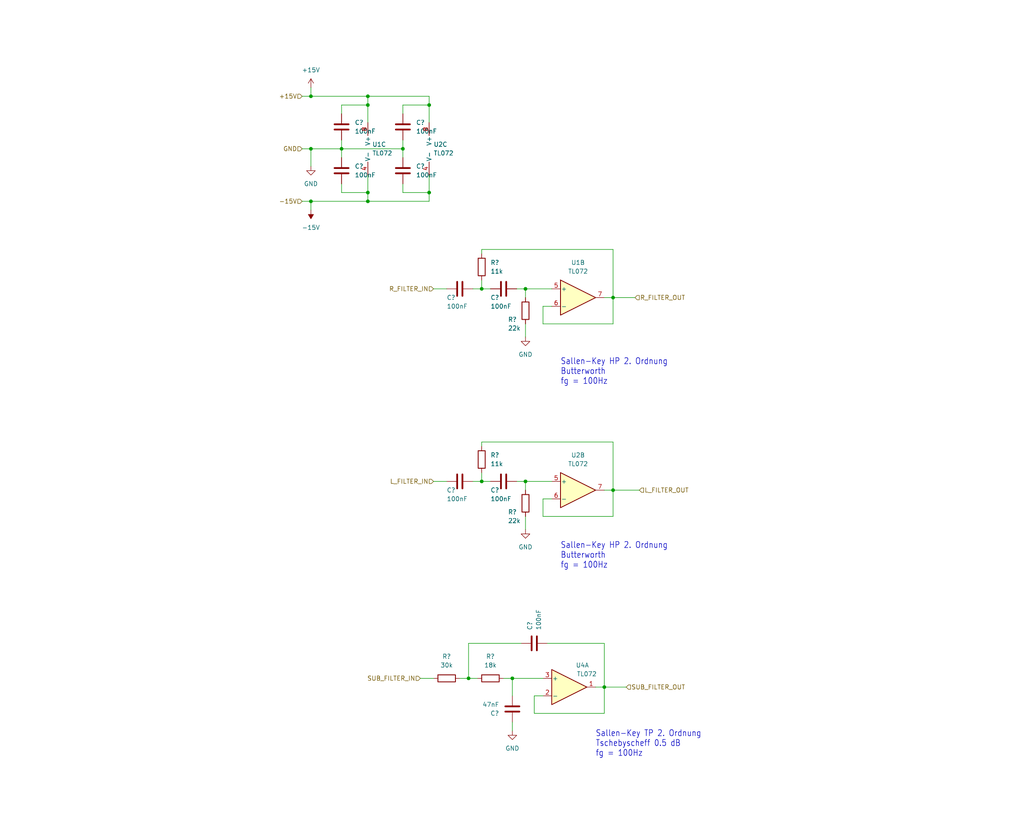
<source format=kicad_sch>
(kicad_sch (version 20211123) (generator eeschema)
  (paper "User" 297.002 241.452)
  (lib_symbols
    (symbol "Amplifier_Operational:TL072" (pin_names (offset 0.127))
      (property "Reference" "U" (at 0 5.08 0))
      (property "Value" "TL072" (at 0 -5.08 0))
      (symbol "TL072_1_1"
        (polyline (pts (xy -5.08 5.08) (xy 5.08 0) (xy -5.08 -5.08) (xy -5.08 5.08)) (stroke (width 0.254)) (fill (type background)))
        (pin output line (at 7.62 0 180) (length 2.54) (name "~") (number "1"))
        (pin input line (at -7.62 -2.54 0) (length 2.54) (name "-") (number "2"))
        (pin input line (at -7.62 2.54 0) (length 2.54) (name "+") (number "3"))
      )
      (symbol "TL072_2_1"
        (polyline (pts (xy -5.08 5.08) (xy 5.08 0) (xy -5.08 -5.08) (xy -5.08 5.08)) (stroke (width 0.254)) (fill (type background)))
        (pin input line (at -7.62 2.54 0) (length 2.54) (name "+") (number "5"))
        (pin input line (at -7.62 -2.54 0) (length 2.54) (name "-") (number "6"))
        (pin output line (at 7.62 0 180) (length 2.54) (name "~") (number "7"))
      )
      (symbol "TL072_3_1"
        (pin power_in line (at -2.54 -7.62 90) (length 3.81) (name "V-") (number "4"))
        (pin power_in line (at -2.54 7.62 270) (length 3.81) (name "V+") (number "8"))
      )
    )
    (symbol "Device:C" (pin_numbers hide) (pin_names (offset 0.254))
      (property "Reference" "C" (at 0.635 2.54 0))
      (property "Value" "C" (at 0.635 -2.54 0))
      (symbol "C_0_1"
        (polyline (pts (xy -2.032 -0.762) (xy 2.032 -0.762)) (stroke (width 0.508)))
        (polyline (pts (xy -2.032 0.762) (xy 2.032 0.762)) (stroke (width 0.508)))
      )
      (symbol "C_1_1"
        (pin passive line (at 0 3.81 270) (length 2.794) (name "~") (number "1"))
        (pin passive line (at 0 -3.81 90) (length 2.794) (name "~") (number "2"))
      )
    )
    (symbol "Device:R" (pin_numbers hide) (pin_names (offset 0))
      (property "Reference" "R" (at 2.032 0 90))
      (property "Value" "R" (at 0 0 90))
      (symbol "R_0_1"
        (rectangle (start -1.016 -2.54) (end 1.016 2.54) (stroke (width 0.254)))
      )
      (symbol "R_1_1"
        (pin passive line (at 0 3.81 270) (length 1.27) (name "~") (number "1"))
        (pin passive line (at 0 -3.81 90) (length 1.27) (name "~") (number "2"))
      )
    )
    (symbol "power:+15V" (power) (pin_names (offset 0))
      (property "Value" "+15V" (at 0 3.556 0))
      (symbol "+15V_0_1"
        (polyline (pts (xy -0.762 1.27) (xy 0 2.54)))
        (polyline (pts (xy 0 0) (xy 0 2.54)))
        (polyline (pts (xy 0 2.54) (xy 0.762 1.27)))
      )
      (symbol "+15V_1_1"
        (pin power_in line (at 0 0 90) (length 0) hide (name "+15V") (number "1"))
      )
    )
    (symbol "power:-15V" (power) (pin_names (offset 0))
      (property "Value" "-15V" (at 0 3.81 0))
      (symbol "-15V_0_0"
        (pin power_in line (at 0 0 90) (length 0) hide (name "-15V") (number "1"))
      )
      (symbol "-15V_0_1"
        (polyline (pts (xy 0 0) (xy 0 1.27) (xy 0.762 1.27) (xy 0 2.54) (xy -0.762 1.27) (xy 0 1.27)) (fill (type outline)))
      )
    )
    (symbol "power:GND" (power) (pin_names (offset 0))
      (property "Value" "GND" (at 0 -3.81 0))
      (symbol "GND_0_1"
        (polyline (pts (xy 0 0) (xy 0 -1.27) (xy 1.27 -1.27) (xy 0 -2.54) (xy -1.27 -1.27) (xy 0 -1.27)))
      )
      (symbol "GND_1_1"
        (pin power_in line (at 0 0 270) (length 0) hide (name "GND") (number "1"))
      )
    )
  )
  (junction (at 90.17 43.18))
  (junction (at 139.7 83.82))
  (junction (at 175.26 199.39))
  (junction (at 124.46 55.88))
  (junction (at 106.68 30.48))
  (junction (at 152.4 83.82))
  (junction (at 177.8 86.36))
  (junction (at 124.46 30.48))
  (junction (at 116.84 43.18))
  (junction (at 106.68 27.94))
  (junction (at 148.59 196.85))
  (junction (at 135.89 196.85))
  (junction (at 152.4 139.7))
  (junction (at 90.17 58.42))
  (junction (at 99.06 43.18))
  (junction (at 177.8 142.24))
  (junction (at 106.68 58.42))
  (junction (at 139.7 139.7))
  (junction (at 90.17 27.94))
  (junction (at 106.68 55.88))
  (wire (pts (xy 177.8 86.36) (xy 175.26 86.36)))
  (wire (pts (xy 125.73 196.85) (xy 121.92 196.85)))
  (wire (pts (xy 116.84 55.88) (xy 124.46 55.88)))
  (wire (pts (xy 90.17 58.42) (xy 106.68 58.42)))
  (wire (pts (xy 116.84 33.02) (xy 116.84 30.48)))
  (wire (pts (xy 99.06 40.64) (xy 99.06 43.18)))
  (wire (pts (xy 90.17 25.4) (xy 90.17 27.94)))
  (wire (pts (xy 157.48 144.78) (xy 157.48 149.86)))
  (wire (pts (xy 175.26 199.39) (xy 181.61 199.39)))
  (wire (pts (xy 139.7 128.27) (xy 177.8 128.27)))
  (wire (pts (xy 124.46 35.56) (xy 124.46 30.48)))
  (wire (pts (xy 124.46 55.88) (xy 124.46 58.42)))
  (wire (pts (xy 184.15 86.36) (xy 177.8 86.36)))
  (wire (pts (xy 175.26 199.39) (xy 172.72 199.39)))
  (wire (pts (xy 139.7 81.28) (xy 139.7 83.82)))
  (wire (pts (xy 90.17 58.42) (xy 87.63 58.42)))
  (wire (pts (xy 152.4 83.82) (xy 160.02 83.82)))
  (wire (pts (xy 124.46 50.8) (xy 124.46 55.88)))
  (wire (pts (xy 175.26 186.69) (xy 175.26 199.39)))
  (wire (pts (xy 90.17 27.94) (xy 106.68 27.94)))
  (wire (pts (xy 152.4 149.86) (xy 152.4 153.67)))
  (wire (pts (xy 139.7 139.7) (xy 137.16 139.7)))
  (wire (pts (xy 152.4 93.98) (xy 152.4 97.79)))
  (wire (pts (xy 152.4 83.82) (xy 152.4 86.36)))
  (wire (pts (xy 106.68 27.94) (xy 124.46 27.94)))
  (wire (pts (xy 142.24 83.82) (xy 139.7 83.82)))
  (wire (pts (xy 99.06 55.88) (xy 106.68 55.88)))
  (wire (pts (xy 177.8 149.86) (xy 177.8 142.24)))
  (wire (pts (xy 175.26 207.01) (xy 175.26 199.39)))
  (wire (pts (xy 152.4 139.7) (xy 152.4 142.24)))
  (wire (pts (xy 177.8 93.98) (xy 177.8 86.36)))
  (wire (pts (xy 116.84 43.18) (xy 116.84 40.64)))
  (wire (pts (xy 177.8 142.24) (xy 175.26 142.24)))
  (wire (pts (xy 177.8 128.27) (xy 177.8 142.24)))
  (wire (pts (xy 129.54 139.7) (xy 125.73 139.7)))
  (wire (pts (xy 139.7 83.82) (xy 137.16 83.82)))
  (wire (pts (xy 99.06 45.72) (xy 99.06 43.18)))
  (wire (pts (xy 139.7 72.39) (xy 139.7 73.66)))
  (wire (pts (xy 139.7 72.39) (xy 177.8 72.39)))
  (wire (pts (xy 148.59 212.09) (xy 148.59 209.55)))
  (wire (pts (xy 116.84 45.72) (xy 116.84 43.18)))
  (wire (pts (xy 157.48 88.9) (xy 157.48 93.98)))
  (wire (pts (xy 129.54 83.82) (xy 125.73 83.82)))
  (wire (pts (xy 154.94 207.01) (xy 175.26 207.01)))
  (wire (pts (xy 152.4 139.7) (xy 160.02 139.7)))
  (wire (pts (xy 106.68 55.88) (xy 106.68 50.8)))
  (wire (pts (xy 124.46 58.42) (xy 106.68 58.42)))
  (wire (pts (xy 177.8 72.39) (xy 177.8 86.36)))
  (wire (pts (xy 99.06 33.02) (xy 99.06 30.48)))
  (wire (pts (xy 160.02 144.78) (xy 157.48 144.78)))
  (wire (pts (xy 157.48 93.98) (xy 177.8 93.98)))
  (wire (pts (xy 133.35 196.85) (xy 135.89 196.85)))
  (wire (pts (xy 90.17 43.18) (xy 90.17 48.26)))
  (wire (pts (xy 99.06 30.48) (xy 106.68 30.48)))
  (wire (pts (xy 158.75 186.69) (xy 175.26 186.69)))
  (wire (pts (xy 148.59 196.85) (xy 146.05 196.85)))
  (wire (pts (xy 99.06 43.18) (xy 116.84 43.18)))
  (wire (pts (xy 149.86 83.82) (xy 152.4 83.82)))
  (wire (pts (xy 148.59 201.93) (xy 148.59 196.85)))
  (wire (pts (xy 106.68 55.88) (xy 106.68 58.42)))
  (wire (pts (xy 157.48 201.93) (xy 154.94 201.93)))
  (wire (pts (xy 106.68 30.48) (xy 106.68 27.94)))
  (wire (pts (xy 142.24 139.7) (xy 139.7 139.7)))
  (wire (pts (xy 135.89 186.69) (xy 135.89 196.85)))
  (wire (pts (xy 151.13 186.69) (xy 135.89 186.69)))
  (wire (pts (xy 139.7 128.27) (xy 139.7 129.54)))
  (wire (pts (xy 157.48 149.86) (xy 177.8 149.86)))
  (wire (pts (xy 90.17 27.94) (xy 87.63 27.94)))
  (wire (pts (xy 90.17 43.18) (xy 99.06 43.18)))
  (wire (pts (xy 135.89 196.85) (xy 138.43 196.85)))
  (wire (pts (xy 139.7 137.16) (xy 139.7 139.7)))
  (wire (pts (xy 90.17 60.96) (xy 90.17 58.42)))
  (wire (pts (xy 154.94 201.93) (xy 154.94 207.01)))
  (wire (pts (xy 116.84 53.34) (xy 116.84 55.88)))
  (wire (pts (xy 124.46 30.48) (xy 124.46 27.94)))
  (wire (pts (xy 149.86 139.7) (xy 152.4 139.7)))
  (wire (pts (xy 160.02 88.9) (xy 157.48 88.9)))
  (wire (pts (xy 116.84 30.48) (xy 124.46 30.48)))
  (wire (pts (xy 99.06 53.34) (xy 99.06 55.88)))
  (wire (pts (xy 106.68 35.56) (xy 106.68 30.48)))
  (wire (pts (xy 177.8 142.24) (xy 185.42 142.24)))
  (wire (pts (xy 157.48 196.85) (xy 148.59 196.85)))
  (wire (pts (xy 87.63 43.18) (xy 90.17 43.18)))
  (text "Sallen-Key HP 2. Ordnung\nButterworth\nfg = 100Hz" (at 162.56 165.1 180) (effects (font (size 1.778 1.5113)) (justify left bottom)))
  (text "Sallen-Key TP 2. Ordnung\nTschebyscheff 0.5 dB\nfg = 100Hz" (at 172.72 219.71 0) (effects (font (size 1.778 1.5113)) (justify left bottom)))
  (text "Sallen-Key HP 2. Ordnung\nButterworth\nfg = 100Hz" (at 162.56 111.76 180) (effects (font (size 1.778 1.5113)) (justify left bottom)))
  (hierarchical_label "L_FILTER_IN" (shape input) (at 125.73 139.7 180))
  (hierarchical_label "+15V" (shape input) (at 87.63 27.94 180))
  (hierarchical_label "R_FILTER_OUT" (shape input) (at 184.15 86.36 0))
  (hierarchical_label "GND" (shape input) (at 87.63 43.18 180))
  (hierarchical_label "-15V" (shape input) (at 87.63 58.42 180))
  (hierarchical_label "R_FILTER_IN" (shape input) (at 125.73 83.82 180))
  (hierarchical_label "SUB_FILTER_IN" (shape input) (at 121.92 196.85 180))
  (hierarchical_label "L_FILTER_OUT" (shape input) (at 185.42 142.24 0))
  (hierarchical_label "SUB_FILTER_OUT" (shape input) (at 181.61 199.39 0))
  (symbol (lib_id "power:GND") (at 152.4 153.67 0) (unit 1)
    (property "Reference" "#PWR?" (effects hide))
    (property "Value" "GND" (at 152.4 158.75 0))
  )
  (symbol (lib_id "Device:C") (at 154.94 186.69 90) (unit 1)
    (property "Reference" "C?" (at 153.6699 182.88 0) (effects (justify left)))
    (property "Value" "100nF" (at 156.2099 182.88 0) (effects (justify left)))
    (property "Footprint" "Capacitor_SMD:C_0805_2012Metric" (effects hide))
  )
  (symbol (lib_id "Device:R") (at 152.4 90.17 180) (unit 1)
    (property "Reference" "R?" (at 147.32 92.71 0) (effects (justify right)))
    (property "Value" "22k" (at 147.32 95.25 0) (effects (justify right)))
    (property "Footprint" "Resistor_SMD:R_0805_2012Metric" (effects hide))
  )
  (symbol (lib_id "Device:C") (at 148.59 205.74 180) (unit 1)
    (property "Reference" "C?" (at 144.78 207.0101 0) (effects (justify left)))
    (property "Value" "47nF" (at 144.78 204.4701 0) (effects (justify left)))
    (property "Footprint" "Capacitor_SMD:C_0805_2012Metric" (effects hide))
  )
  (symbol (lib_id "Device:R") (at 139.7 77.47 180) (unit 1)
    (property "Reference" "R?" (at 142.24 76.1999 0) (effects (justify right)))
    (property "Value" "11k" (at 142.24 78.7399 0) (effects (justify right)))
    (property "Footprint" "Resistor_SMD:R_0805_2012Metric" (effects hide))
  )
  (symbol (lib_id "Device:C") (at 133.35 83.82 270) (unit 1)
    (property "Reference" "C?" (at 129.54 86.36 90) (effects (justify left)))
    (property "Value" "100nF" (at 129.54 88.9 90) (effects (justify left)))
    (property "Footprint" "Capacitor_SMD:C_0805_2012Metric" (effects hide))
  )
  (symbol (lib_id "power:+15V") (at 90.17 25.4 0) (unit 1)
    (property "Reference" "#PWR?" (effects hide))
    (property "Value" "+15V" (at 90.17 20.32 0))
  )
  (symbol (lib_id "Device:C") (at 146.05 139.7 270) (unit 1)
    (property "Reference" "C?" (at 142.24 142.24 90) (effects (justify left)))
    (property "Value" "100nF" (at 142.24 144.78 90) (effects (justify left)))
    (property "Footprint" "Capacitor_SMD:C_0805_2012Metric" (effects hide))
  )
  (symbol (lib_id "Amplifier_Operational:TL072") (at 109.22 43.18 0) (unit 3)
    (property "Reference" "U1" (at 107.95 41.9099 0) (effects (justify left)))
    (property "Value" "TL072" (at 107.95 44.4499 0) (effects (justify left)))
    (property "Datasheet" "http://www.ti.com/lit/ds/symlink/tl071.pdf" (effects hide))
  )
  (symbol (lib_id "Amplifier_Operational:TL072") (at 167.64 142.24 0) (unit 2)
    (property "Reference" "U2" (at 167.64 132.08 0))
    (property "Value" "TL072" (at 167.64 134.62 0))
    (property "Datasheet" "http://www.ti.com/lit/ds/symlink/tl071.pdf" (effects hide))
  )
  (symbol (lib_id "power:GND") (at 90.17 48.26 0) (unit 1)
    (property "Reference" "#PWR?" (effects hide))
    (property "Value" "GND" (at 90.17 53.34 0))
  )
  (symbol (lib_id "Amplifier_Operational:TL072") (at 167.64 86.36 0) (unit 2)
    (property "Reference" "U1" (at 167.64 76.2 0))
    (property "Value" "TL072" (at 167.64 78.74 0))
    (property "Datasheet" "http://www.ti.com/lit/ds/symlink/tl071.pdf" (effects hide))
  )
  (symbol (lib_id "power:-15V") (at 90.17 60.96 180) (unit 1)
    (property "Reference" "#PWR?" (effects hide))
    (property "Value" "-15V" (at 90.17 66.04 0))
  )
  (symbol (lib_id "Device:C") (at 99.06 49.53 0) (unit 1)
    (property "Reference" "C?" (at 102.87 48.2599 0) (effects (justify left)))
    (property "Value" "100nF" (at 102.87 50.7999 0) (effects (justify left)))
    (property "Footprint" "Capacitor_SMD:C_0805_2012Metric" (effects hide))
  )
  (symbol (lib_id "Device:C") (at 133.35 139.7 270) (unit 1)
    (property "Reference" "C?" (at 129.54 142.24 90) (effects (justify left)))
    (property "Value" "100nF" (at 129.54 144.78 90) (effects (justify left)))
    (property "Footprint" "Capacitor_SMD:C_0805_2012Metric" (effects hide))
  )
  (symbol (lib_id "Device:C") (at 116.84 49.53 0) (unit 1)
    (property "Reference" "C?" (at 120.65 48.2599 0) (effects (justify left)))
    (property "Value" "100nF" (at 120.65 50.7999 0) (effects (justify left)))
    (property "Footprint" "Capacitor_SMD:C_0805_2012Metric" (effects hide))
  )
  (symbol (lib_id "Device:C") (at 116.84 36.83 0) (unit 1)
    (property "Reference" "C?" (at 120.65 35.5599 0) (effects (justify left)))
    (property "Value" "100nF" (at 120.65 38.0999 0) (effects (justify left)))
    (property "Footprint" "Capacitor_SMD:C_0805_2012Metric" (effects hide))
  )
  (symbol (lib_id "Amplifier_Operational:TL072") (at 165.1 199.39 0) (unit 1)
    (property "Reference" "U4" (at 168.91 193.04 0))
    (property "Value" "TL072" (at 170.18 195.58 0))
    (property "Datasheet" "http://www.ti.com/lit/ds/symlink/tl071.pdf" (effects hide))
  )
  (symbol (lib_id "Device:R") (at 129.54 196.85 90) (unit 1)
    (property "Reference" "R?" (at 129.54 190.5 90))
    (property "Value" "30k" (at 129.54 193.04 90))
    (property "Footprint" "Resistor_SMD:R_0805_2012Metric" (effects hide))
  )
  (symbol (lib_id "Device:R") (at 142.24 196.85 90) (unit 1)
    (property "Reference" "R?" (at 142.24 190.5 90))
    (property "Value" "18k" (at 142.24 193.04 90))
    (property "Footprint" "Resistor_SMD:R_0805_2012Metric" (effects hide))
  )
  (symbol (lib_id "power:GND") (at 152.4 97.79 0) (unit 1)
    (property "Reference" "#PWR?" (effects hide))
    (property "Value" "GND" (at 152.4 102.87 0))
  )
  (symbol (lib_id "Device:C") (at 146.05 83.82 270) (unit 1)
    (property "Reference" "C?" (at 142.24 86.36 90) (effects (justify left)))
    (property "Value" "100nF" (at 142.24 88.9 90) (effects (justify left)))
    (property "Footprint" "Capacitor_SMD:C_0805_2012Metric" (effects hide))
  )
  (symbol (lib_id "Device:R") (at 139.7 133.35 180) (unit 1)
    (property "Reference" "R?" (at 142.24 132.0799 0) (effects (justify right)))
    (property "Value" "11k" (at 142.24 134.6199 0) (effects (justify right)))
    (property "Footprint" "Resistor_SMD:R_0805_2012Metric" (effects hide))
  )
  (symbol (lib_id "power:GND") (at 148.59 212.09 0) (unit 1)
    (property "Reference" "#PWR?" (effects hide))
    (property "Value" "GND" (at 148.59 217.17 0))
  )
  (symbol (lib_id "Device:R") (at 152.4 146.05 180) (unit 1)
    (property "Reference" "R?" (at 147.32 148.59 0) (effects (justify right)))
    (property "Value" "22k" (at 147.32 151.13 0) (effects (justify right)))
    (property "Footprint" "Resistor_SMD:R_0805_2012Metric" (effects hide))
  )
  (symbol (lib_id "Device:C") (at 99.06 36.83 0) (unit 1)
    (property "Reference" "C?" (at 102.87 35.5599 0) (effects (justify left)))
    (property "Value" "100nF" (at 102.87 38.0999 0) (effects (justify left)))
    (property "Footprint" "Capacitor_SMD:C_0805_2012Metric" (effects hide))
  )
  (symbol (lib_id "Amplifier_Operational:TL072") (at 127 43.18 0) (unit 3)
    (property "Reference" "U2" (at 125.73 41.9099 0) (effects (justify left)))
    (property "Value" "TL072" (at 125.73 44.4499 0) (effects (justify left)))
    (property "Datasheet" "http://www.ti.com/lit/ds/symlink/tl071.pdf" (effects hide))
  )
)
</source>
